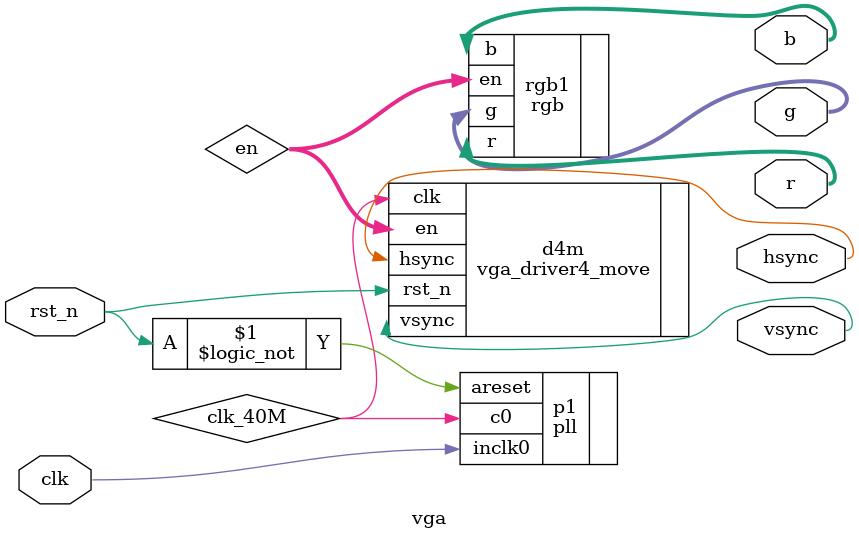
<source format=v>
module vga(clk, rst_n, r, g, b, hsync, vsync);

	input clk, rst_n;
	
	output [2:0] r, g;
	output [1:0] b;
	output hsync, vsync;
	
	wire [7:0] en;
	
	pll p1(.areset(!rst_n), .inclk0(clk), .c0(clk_40M));
	
//	vga_driver d1(.clk(clk_40M), .rst_n(rst_n), .en(en), .hsync(hsync), .vsync(vsync));
//	vga_driver3 d3(.clk(clk_40M), .rst_n(rst_n), .en(en), .hsync(hsync), .vsync(vsync));
//	vga_driver4 d4(.clk(clk_40M), .rst_n(rst_n), .en(en), .hsync(hsync), .vsync(vsync));
	vga_driver4_move d4m(.clk(clk_40M), .rst_n(rst_n), .en(en), .hsync(hsync), .vsync(vsync));
	
	rgb rgb1(.en(en), .r(r), .g(g), .b(b));
	

endmodule

</source>
